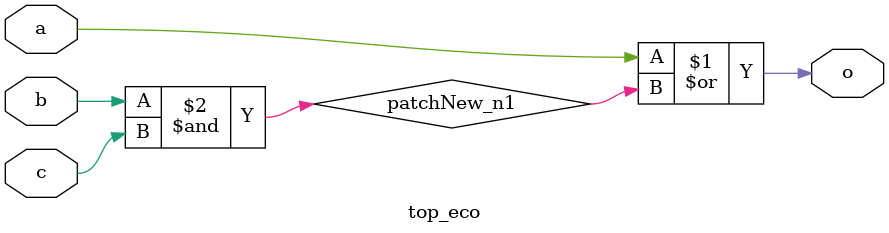
<source format=v>
module top_eco(a, b, c, o);
  input a, b, c;
  output o;
  wire patchNew_n1;
  or eco1 (o, a, patchNew_n1);
  and eco2 (patchNew_n1, b, c);
endmodule

</source>
